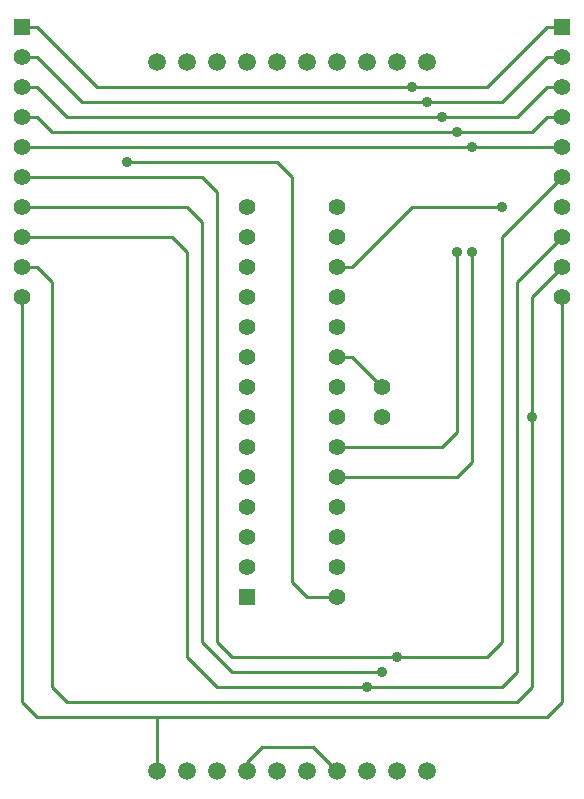
<source format=gtl>
G04 (created by PCBNEW (2013-07-07 BZR 4022)-stable) date 9/10/2014 12:23:06 PM*
%MOIN*%
G04 Gerber Fmt 3.4, Leading zero omitted, Abs format*
%FSLAX34Y34*%
G01*
G70*
G90*
G04 APERTURE LIST*
%ADD10C,0.00590551*%
%ADD11R,0.055X0.055*%
%ADD12C,0.055*%
%ADD13C,0.0590551*%
%ADD14C,0.035*%
%ADD15C,0.01*%
G04 APERTURE END LIST*
G54D10*
G54D11*
X37500Y-16000D03*
G54D12*
X37500Y-17000D03*
X37500Y-18000D03*
X37500Y-19000D03*
X37500Y-20000D03*
X37500Y-21000D03*
X37500Y-22000D03*
X37500Y-23000D03*
X37500Y-24000D03*
X37500Y-25000D03*
G54D11*
X19500Y-16000D03*
G54D12*
X19500Y-17000D03*
X19500Y-18000D03*
X19500Y-19000D03*
X19500Y-20000D03*
X19500Y-21000D03*
X19500Y-22000D03*
X19500Y-23000D03*
X19500Y-24000D03*
X19500Y-25000D03*
X27000Y-34000D03*
X27000Y-33000D03*
X27000Y-32000D03*
X27000Y-31000D03*
X27000Y-30000D03*
X27000Y-29000D03*
X27000Y-28000D03*
X27000Y-27000D03*
X27000Y-26000D03*
X27000Y-25000D03*
X27000Y-24000D03*
X27000Y-23000D03*
X27000Y-22000D03*
G54D11*
X27000Y-35000D03*
G54D12*
X30000Y-22000D03*
X30000Y-23000D03*
X30000Y-24000D03*
X30000Y-25000D03*
X30000Y-26000D03*
X30000Y-27000D03*
X30000Y-28000D03*
X30000Y-29000D03*
X30000Y-30000D03*
X30000Y-31000D03*
X30000Y-32000D03*
X30000Y-33000D03*
X30000Y-34000D03*
X30000Y-35000D03*
G54D13*
X27000Y-40811D03*
X26000Y-40811D03*
X25000Y-40811D03*
X24000Y-40811D03*
X28000Y-40811D03*
X29000Y-40811D03*
X30000Y-40811D03*
X31000Y-40811D03*
X32000Y-40811D03*
X33000Y-40811D03*
X33000Y-17188D03*
X32000Y-17188D03*
X31000Y-17188D03*
X30000Y-17188D03*
X29000Y-17188D03*
X28000Y-17188D03*
X27000Y-17188D03*
X26000Y-17188D03*
X25000Y-17188D03*
X24000Y-17188D03*
G54D12*
X31500Y-28000D03*
X31500Y-29000D03*
G54D14*
X34000Y-23500D03*
X34000Y-19500D03*
X23000Y-20500D03*
X33500Y-19000D03*
X33000Y-18500D03*
X32000Y-37000D03*
X31500Y-37500D03*
X35500Y-22000D03*
X31000Y-38000D03*
X32500Y-18000D03*
X34500Y-20000D03*
X34500Y-23500D03*
X36500Y-29000D03*
G54D15*
X20500Y-19500D02*
X20000Y-19000D01*
X20000Y-19000D02*
X19500Y-19000D01*
X30000Y-30000D02*
X33500Y-30000D01*
X34000Y-29500D02*
X33500Y-30000D01*
X34000Y-29500D02*
X34000Y-23500D01*
X37000Y-19000D02*
X37500Y-19000D01*
X36500Y-19500D02*
X37000Y-19000D01*
X34000Y-19500D02*
X36500Y-19500D01*
X20500Y-19500D02*
X34000Y-19500D01*
X30000Y-35000D02*
X29000Y-35000D01*
X29000Y-35000D02*
X28500Y-34500D01*
X28000Y-20500D02*
X23000Y-20500D01*
X28500Y-21000D02*
X28000Y-20500D01*
X28500Y-34500D02*
X28500Y-21000D01*
X27000Y-40811D02*
X27000Y-40500D01*
X29188Y-40000D02*
X30000Y-40811D01*
X27500Y-40000D02*
X29188Y-40000D01*
X27000Y-40500D02*
X27500Y-40000D01*
X21000Y-19000D02*
X20000Y-18000D01*
X20000Y-18000D02*
X19500Y-18000D01*
X37000Y-18000D02*
X37500Y-18000D01*
X36000Y-19000D02*
X37000Y-18000D01*
X33500Y-19000D02*
X36000Y-19000D01*
X21000Y-19000D02*
X33500Y-19000D01*
X21500Y-18500D02*
X20000Y-17000D01*
X20000Y-17000D02*
X19500Y-17000D01*
X35500Y-18500D02*
X37000Y-17000D01*
X37000Y-17000D02*
X37500Y-17000D01*
X33000Y-18500D02*
X35500Y-18500D01*
X21500Y-18500D02*
X33000Y-18500D01*
X19500Y-21000D02*
X25500Y-21000D01*
X32000Y-37000D02*
X35000Y-37000D01*
X35500Y-23000D02*
X37500Y-21000D01*
X35500Y-36500D02*
X35500Y-23000D01*
X35000Y-37000D02*
X35500Y-36500D01*
X26500Y-37000D02*
X32000Y-37000D01*
X26000Y-36500D02*
X26500Y-37000D01*
X26000Y-21500D02*
X26000Y-36500D01*
X25500Y-21000D02*
X26000Y-21500D01*
X19500Y-22000D02*
X25000Y-22000D01*
X25000Y-22000D02*
X25500Y-22500D01*
X26500Y-37500D02*
X31500Y-37500D01*
X25500Y-36500D02*
X26500Y-37500D01*
X25500Y-22500D02*
X25500Y-36500D01*
X30000Y-24000D02*
X30500Y-24000D01*
X30500Y-24000D02*
X32500Y-22000D01*
X32500Y-22000D02*
X35500Y-22000D01*
X31000Y-38000D02*
X35500Y-38000D01*
X36000Y-24500D02*
X37500Y-23000D01*
X36000Y-37500D02*
X36000Y-24500D01*
X35500Y-38000D02*
X36000Y-37500D01*
X26000Y-38000D02*
X31000Y-38000D01*
X25000Y-37000D02*
X26000Y-38000D01*
X19500Y-23000D02*
X24500Y-23000D01*
X24500Y-23000D02*
X25000Y-23500D01*
X25000Y-23500D02*
X25000Y-37000D01*
X22000Y-18000D02*
X20000Y-16000D01*
X20000Y-16000D02*
X19500Y-16000D01*
X35000Y-18000D02*
X37000Y-16000D01*
X37000Y-16000D02*
X37500Y-16000D01*
X32500Y-18000D02*
X35000Y-18000D01*
X22000Y-18000D02*
X32500Y-18000D01*
X30000Y-31000D02*
X34000Y-31000D01*
X34500Y-30500D02*
X34500Y-23500D01*
X34000Y-31000D02*
X34500Y-30500D01*
X34500Y-20000D02*
X37500Y-20000D01*
X19500Y-20000D02*
X34500Y-20000D01*
X36500Y-25000D02*
X37500Y-24000D01*
X36500Y-28500D02*
X36500Y-25000D01*
X20500Y-38000D02*
X21000Y-38500D01*
X36500Y-38000D02*
X36500Y-29000D01*
X36000Y-38500D02*
X36500Y-38000D01*
X20000Y-24000D02*
X20500Y-24500D01*
X20500Y-24500D02*
X20500Y-38000D01*
X19500Y-24000D02*
X20000Y-24000D01*
X21000Y-38500D02*
X36000Y-38500D01*
X36500Y-29000D02*
X36500Y-28500D01*
X30000Y-27000D02*
X30500Y-27000D01*
X30500Y-27000D02*
X31500Y-28000D01*
X37500Y-25000D02*
X37500Y-38500D01*
X37000Y-39000D02*
X24000Y-39000D01*
X37000Y-39000D02*
X37500Y-38500D01*
X19500Y-25000D02*
X19500Y-38500D01*
X19500Y-38500D02*
X20000Y-39000D01*
X24000Y-39000D02*
X24000Y-40811D01*
X20000Y-39000D02*
X24000Y-39000D01*
M02*

</source>
